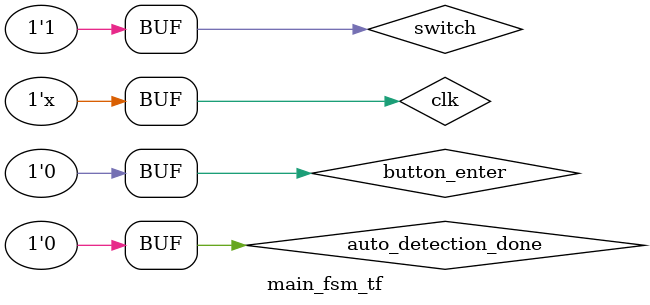
<source format=v>
`timescale 1ns / 1ps


module main_fsm_tf;

	// Inputs
	reg clk;
	reg button_enter;
	reg switch;
	reg auto_detection_done;

	// Outputs
	wire [2:0] state;
	wire auto_detectection_start;

	// Instantiate the Unit Under Test (UUT)
	main_fsm uut (
		.clk(clk), 
		.button_enter(button_enter), 
		.switch(switch), 
		.auto_detection_done(auto_detection_done), 
		.state(state), 
		.auto_detection_start(auto_detectection_start)
	);

	always #5 clk = ~clk;

	initial begin
		// Initialize Inputs
		clk = 0;
		button_enter = 0;
		switch = 1;
		auto_detection_done = 0;

		// Wait 100 ns for global reset to finish
		#100;
        
		// Add stimulus here
		#100;
		button_enter = 1;
		#10;
		button_enter = 0;
		#50;
		auto_detection_done = 1;
		#10;
		auto_detection_done = 0;
	end
      
endmodule


</source>
